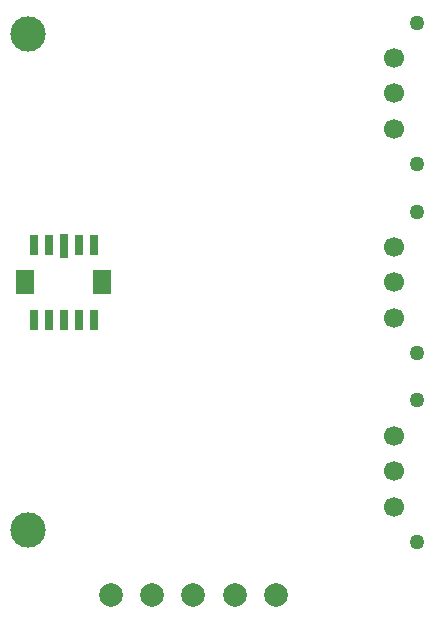
<source format=gbs>
G04 #@! TF.GenerationSoftware,KiCad,Pcbnew,7.0.2*
G04 #@! TF.CreationDate,2023-11-13T13:22:44-06:00*
G04 #@! TF.ProjectId,Telemetry-Peripheral-SOM-Daughterboard-IMU,54656c65-6d65-4747-9279-2d5065726970,rev?*
G04 #@! TF.SameCoordinates,Original*
G04 #@! TF.FileFunction,Soldermask,Bot*
G04 #@! TF.FilePolarity,Negative*
%FSLAX46Y46*%
G04 Gerber Fmt 4.6, Leading zero omitted, Abs format (unit mm)*
G04 Created by KiCad (PCBNEW 7.0.2) date 2023-11-13 13:22:44*
%MOMM*%
%LPD*%
G01*
G04 APERTURE LIST*
%ADD10C,1.270000*%
%ADD11C,1.700000*%
%ADD12C,2.000000*%
%ADD13C,3.000000*%
%ADD14R,0.800000X1.800000*%
%ADD15R,0.800000X2.100000*%
%ADD16R,1.550000X2.000000*%
G04 APERTURE END LIST*
D10*
X182960000Y-85000000D03*
X182960000Y-97000000D03*
D11*
X181000000Y-88000000D03*
X181000000Y-91000000D03*
X181000000Y-94000000D03*
D10*
X182960000Y-69000000D03*
X182960000Y-81000000D03*
D11*
X181000000Y-72000000D03*
X181000000Y-75000000D03*
X181000000Y-78000000D03*
D12*
X157000000Y-117500000D03*
X171000000Y-117500000D03*
X167500000Y-117500000D03*
D13*
X150000000Y-112000000D03*
D12*
X160500000Y-117500000D03*
D13*
X150000000Y-70000000D03*
D10*
X182960000Y-101000000D03*
X182960000Y-113000000D03*
D11*
X181000000Y-104000000D03*
X181000000Y-107000000D03*
X181000000Y-110000000D03*
D12*
X164000000Y-117500000D03*
D14*
X150460000Y-87800000D03*
X151730000Y-87800000D03*
D15*
X153000000Y-87950000D03*
D14*
X154270000Y-87800000D03*
X155540000Y-87800000D03*
X155540000Y-94200000D03*
X154270000Y-94200000D03*
X153000000Y-94200000D03*
X151730000Y-94200000D03*
X150460000Y-94200000D03*
D16*
X149775000Y-91000000D03*
X156225000Y-91000000D03*
M02*

</source>
